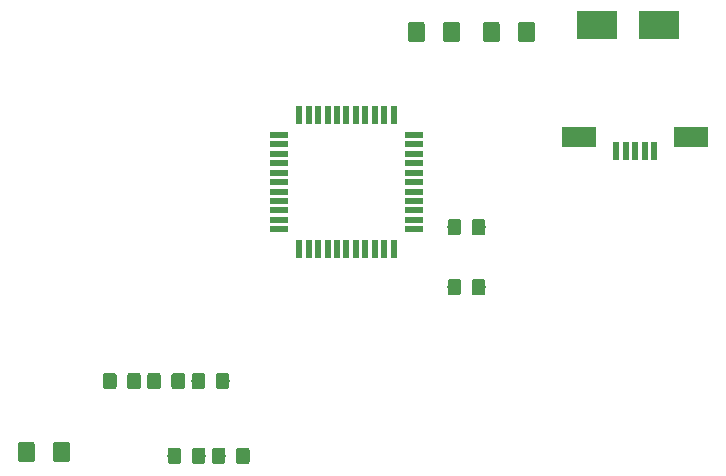
<source format=gbr>
G04 #@! TF.GenerationSoftware,KiCad,Pcbnew,5.0.2+dfsg1-1*
G04 #@! TF.CreationDate,2019-09-12T15:25:03-03:00*
G04 #@! TF.ProjectId,minicurso,6d696e69-6375-4727-936f-2e6b69636164,rev?*
G04 #@! TF.SameCoordinates,Original*
G04 #@! TF.FileFunction,Paste,Top*
G04 #@! TF.FilePolarity,Positive*
%FSLAX46Y46*%
G04 Gerber Fmt 4.6, Leading zero omitted, Abs format (unit mm)*
G04 Created by KiCad (PCBNEW 5.0.2+dfsg1-1) date qui 12 set 2019 15:25:03 -03*
%MOMM*%
%LPD*%
G01*
G04 APERTURE LIST*
%ADD10C,0.100000*%
%ADD11C,1.150000*%
%ADD12R,3.000000X1.800000*%
%ADD13R,0.500000X1.500000*%
%ADD14R,3.500000X2.400000*%
%ADD15R,0.550000X1.500000*%
%ADD16R,1.500000X0.550000*%
%ADD17C,1.425000*%
G04 APERTURE END LIST*
D10*
G04 #@! TO.C,C2*
G36*
X95844505Y-61531204D02*
X95868773Y-61534804D01*
X95892572Y-61540765D01*
X95915671Y-61549030D01*
X95937850Y-61559520D01*
X95958893Y-61572132D01*
X95978599Y-61586747D01*
X95996777Y-61603223D01*
X96013253Y-61621401D01*
X96027868Y-61641107D01*
X96040480Y-61662150D01*
X96050970Y-61684329D01*
X96059235Y-61707428D01*
X96065196Y-61731227D01*
X96068796Y-61755495D01*
X96070000Y-61779999D01*
X96070000Y-62680001D01*
X96068796Y-62704505D01*
X96065196Y-62728773D01*
X96059235Y-62752572D01*
X96050970Y-62775671D01*
X96040480Y-62797850D01*
X96027868Y-62818893D01*
X96013253Y-62838599D01*
X95996777Y-62856777D01*
X95978599Y-62873253D01*
X95958893Y-62887868D01*
X95937850Y-62900480D01*
X95915671Y-62910970D01*
X95892572Y-62919235D01*
X95868773Y-62925196D01*
X95844505Y-62928796D01*
X95820001Y-62930000D01*
X95169999Y-62930000D01*
X95145495Y-62928796D01*
X95121227Y-62925196D01*
X95097428Y-62919235D01*
X95074329Y-62910970D01*
X95052150Y-62900480D01*
X95031107Y-62887868D01*
X95011401Y-62873253D01*
X94993223Y-62856777D01*
X94976747Y-62838599D01*
X94962132Y-62818893D01*
X94949520Y-62797850D01*
X94939030Y-62775671D01*
X94930765Y-62752572D01*
X94924804Y-62728773D01*
X94921204Y-62704505D01*
X94920000Y-62680001D01*
X94920000Y-61779999D01*
X94921204Y-61755495D01*
X94924804Y-61731227D01*
X94930765Y-61707428D01*
X94939030Y-61684329D01*
X94949520Y-61662150D01*
X94962132Y-61641107D01*
X94976747Y-61621401D01*
X94993223Y-61603223D01*
X95011401Y-61586747D01*
X95031107Y-61572132D01*
X95052150Y-61559520D01*
X95074329Y-61549030D01*
X95097428Y-61540765D01*
X95121227Y-61534804D01*
X95145495Y-61531204D01*
X95169999Y-61530000D01*
X95820001Y-61530000D01*
X95844505Y-61531204D01*
X95844505Y-61531204D01*
G37*
D11*
X95495000Y-62230000D03*
D10*
G36*
X97894505Y-61531204D02*
X97918773Y-61534804D01*
X97942572Y-61540765D01*
X97965671Y-61549030D01*
X97987850Y-61559520D01*
X98008893Y-61572132D01*
X98028599Y-61586747D01*
X98046777Y-61603223D01*
X98063253Y-61621401D01*
X98077868Y-61641107D01*
X98090480Y-61662150D01*
X98100970Y-61684329D01*
X98109235Y-61707428D01*
X98115196Y-61731227D01*
X98118796Y-61755495D01*
X98120000Y-61779999D01*
X98120000Y-62680001D01*
X98118796Y-62704505D01*
X98115196Y-62728773D01*
X98109235Y-62752572D01*
X98100970Y-62775671D01*
X98090480Y-62797850D01*
X98077868Y-62818893D01*
X98063253Y-62838599D01*
X98046777Y-62856777D01*
X98028599Y-62873253D01*
X98008893Y-62887868D01*
X97987850Y-62900480D01*
X97965671Y-62910970D01*
X97942572Y-62919235D01*
X97918773Y-62925196D01*
X97894505Y-62928796D01*
X97870001Y-62930000D01*
X97219999Y-62930000D01*
X97195495Y-62928796D01*
X97171227Y-62925196D01*
X97147428Y-62919235D01*
X97124329Y-62910970D01*
X97102150Y-62900480D01*
X97081107Y-62887868D01*
X97061401Y-62873253D01*
X97043223Y-62856777D01*
X97026747Y-62838599D01*
X97012132Y-62818893D01*
X96999520Y-62797850D01*
X96989030Y-62775671D01*
X96980765Y-62752572D01*
X96974804Y-62728773D01*
X96971204Y-62704505D01*
X96970000Y-62680001D01*
X96970000Y-61779999D01*
X96971204Y-61755495D01*
X96974804Y-61731227D01*
X96980765Y-61707428D01*
X96989030Y-61684329D01*
X96999520Y-61662150D01*
X97012132Y-61641107D01*
X97026747Y-61621401D01*
X97043223Y-61603223D01*
X97061401Y-61586747D01*
X97081107Y-61572132D01*
X97102150Y-61559520D01*
X97124329Y-61549030D01*
X97147428Y-61540765D01*
X97171227Y-61534804D01*
X97195495Y-61531204D01*
X97219999Y-61530000D01*
X97870001Y-61530000D01*
X97894505Y-61531204D01*
X97894505Y-61531204D01*
G37*
D11*
X97545000Y-62230000D03*
G04 #@! TD*
D10*
G04 #@! TO.C,C3*
G36*
X74193464Y-75812304D02*
X74217732Y-75815904D01*
X74241531Y-75821865D01*
X74264630Y-75830130D01*
X74286809Y-75840620D01*
X74307852Y-75853232D01*
X74327558Y-75867847D01*
X74345736Y-75884323D01*
X74362212Y-75902501D01*
X74376827Y-75922207D01*
X74389439Y-75943250D01*
X74399929Y-75965429D01*
X74408194Y-75988528D01*
X74414155Y-76012327D01*
X74417755Y-76036595D01*
X74418959Y-76061099D01*
X74418959Y-76961101D01*
X74417755Y-76985605D01*
X74414155Y-77009873D01*
X74408194Y-77033672D01*
X74399929Y-77056771D01*
X74389439Y-77078950D01*
X74376827Y-77099993D01*
X74362212Y-77119699D01*
X74345736Y-77137877D01*
X74327558Y-77154353D01*
X74307852Y-77168968D01*
X74286809Y-77181580D01*
X74264630Y-77192070D01*
X74241531Y-77200335D01*
X74217732Y-77206296D01*
X74193464Y-77209896D01*
X74168960Y-77211100D01*
X73518958Y-77211100D01*
X73494454Y-77209896D01*
X73470186Y-77206296D01*
X73446387Y-77200335D01*
X73423288Y-77192070D01*
X73401109Y-77181580D01*
X73380066Y-77168968D01*
X73360360Y-77154353D01*
X73342182Y-77137877D01*
X73325706Y-77119699D01*
X73311091Y-77099993D01*
X73298479Y-77078950D01*
X73287989Y-77056771D01*
X73279724Y-77033672D01*
X73273763Y-77009873D01*
X73270163Y-76985605D01*
X73268959Y-76961101D01*
X73268959Y-76061099D01*
X73270163Y-76036595D01*
X73273763Y-76012327D01*
X73279724Y-75988528D01*
X73287989Y-75965429D01*
X73298479Y-75943250D01*
X73311091Y-75922207D01*
X73325706Y-75902501D01*
X73342182Y-75884323D01*
X73360360Y-75867847D01*
X73380066Y-75853232D01*
X73401109Y-75840620D01*
X73423288Y-75830130D01*
X73446387Y-75821865D01*
X73470186Y-75815904D01*
X73494454Y-75812304D01*
X73518958Y-75811100D01*
X74168960Y-75811100D01*
X74193464Y-75812304D01*
X74193464Y-75812304D01*
G37*
D11*
X73843959Y-76511100D03*
D10*
G36*
X72143464Y-75812304D02*
X72167732Y-75815904D01*
X72191531Y-75821865D01*
X72214630Y-75830130D01*
X72236809Y-75840620D01*
X72257852Y-75853232D01*
X72277558Y-75867847D01*
X72295736Y-75884323D01*
X72312212Y-75902501D01*
X72326827Y-75922207D01*
X72339439Y-75943250D01*
X72349929Y-75965429D01*
X72358194Y-75988528D01*
X72364155Y-76012327D01*
X72367755Y-76036595D01*
X72368959Y-76061099D01*
X72368959Y-76961101D01*
X72367755Y-76985605D01*
X72364155Y-77009873D01*
X72358194Y-77033672D01*
X72349929Y-77056771D01*
X72339439Y-77078950D01*
X72326827Y-77099993D01*
X72312212Y-77119699D01*
X72295736Y-77137877D01*
X72277558Y-77154353D01*
X72257852Y-77168968D01*
X72236809Y-77181580D01*
X72214630Y-77192070D01*
X72191531Y-77200335D01*
X72167732Y-77206296D01*
X72143464Y-77209896D01*
X72118960Y-77211100D01*
X71468958Y-77211100D01*
X71444454Y-77209896D01*
X71420186Y-77206296D01*
X71396387Y-77200335D01*
X71373288Y-77192070D01*
X71351109Y-77181580D01*
X71330066Y-77168968D01*
X71310360Y-77154353D01*
X71292182Y-77137877D01*
X71275706Y-77119699D01*
X71261091Y-77099993D01*
X71248479Y-77078950D01*
X71237989Y-77056771D01*
X71229724Y-77033672D01*
X71223763Y-77009873D01*
X71220163Y-76985605D01*
X71218959Y-76961101D01*
X71218959Y-76061099D01*
X71220163Y-76036595D01*
X71223763Y-76012327D01*
X71229724Y-75988528D01*
X71237989Y-75965429D01*
X71248479Y-75943250D01*
X71261091Y-75922207D01*
X71275706Y-75902501D01*
X71292182Y-75884323D01*
X71310360Y-75867847D01*
X71330066Y-75853232D01*
X71351109Y-75840620D01*
X71373288Y-75830130D01*
X71396387Y-75821865D01*
X71420186Y-75815904D01*
X71444454Y-75812304D01*
X71468958Y-75811100D01*
X72118960Y-75811100D01*
X72143464Y-75812304D01*
X72143464Y-75812304D01*
G37*
D11*
X71793959Y-76511100D03*
G04 #@! TD*
D10*
G04 #@! TO.C,C4*
G36*
X66668040Y-69487505D02*
X66692308Y-69491105D01*
X66716107Y-69497066D01*
X66739206Y-69505331D01*
X66761385Y-69515821D01*
X66782428Y-69528433D01*
X66802134Y-69543048D01*
X66820312Y-69559524D01*
X66836788Y-69577702D01*
X66851403Y-69597408D01*
X66864015Y-69618451D01*
X66874505Y-69640630D01*
X66882770Y-69663729D01*
X66888731Y-69687528D01*
X66892331Y-69711796D01*
X66893535Y-69736300D01*
X66893535Y-70636302D01*
X66892331Y-70660806D01*
X66888731Y-70685074D01*
X66882770Y-70708873D01*
X66874505Y-70731972D01*
X66864015Y-70754151D01*
X66851403Y-70775194D01*
X66836788Y-70794900D01*
X66820312Y-70813078D01*
X66802134Y-70829554D01*
X66782428Y-70844169D01*
X66761385Y-70856781D01*
X66739206Y-70867271D01*
X66716107Y-70875536D01*
X66692308Y-70881497D01*
X66668040Y-70885097D01*
X66643536Y-70886301D01*
X65993534Y-70886301D01*
X65969030Y-70885097D01*
X65944762Y-70881497D01*
X65920963Y-70875536D01*
X65897864Y-70867271D01*
X65875685Y-70856781D01*
X65854642Y-70844169D01*
X65834936Y-70829554D01*
X65816758Y-70813078D01*
X65800282Y-70794900D01*
X65785667Y-70775194D01*
X65773055Y-70754151D01*
X65762565Y-70731972D01*
X65754300Y-70708873D01*
X65748339Y-70685074D01*
X65744739Y-70660806D01*
X65743535Y-70636302D01*
X65743535Y-69736300D01*
X65744739Y-69711796D01*
X65748339Y-69687528D01*
X65754300Y-69663729D01*
X65762565Y-69640630D01*
X65773055Y-69618451D01*
X65785667Y-69597408D01*
X65800282Y-69577702D01*
X65816758Y-69559524D01*
X65834936Y-69543048D01*
X65854642Y-69528433D01*
X65875685Y-69515821D01*
X65897864Y-69505331D01*
X65920963Y-69497066D01*
X65944762Y-69491105D01*
X65969030Y-69487505D01*
X65993534Y-69486301D01*
X66643536Y-69486301D01*
X66668040Y-69487505D01*
X66668040Y-69487505D01*
G37*
D11*
X66318535Y-70186301D03*
D10*
G36*
X68718040Y-69487505D02*
X68742308Y-69491105D01*
X68766107Y-69497066D01*
X68789206Y-69505331D01*
X68811385Y-69515821D01*
X68832428Y-69528433D01*
X68852134Y-69543048D01*
X68870312Y-69559524D01*
X68886788Y-69577702D01*
X68901403Y-69597408D01*
X68914015Y-69618451D01*
X68924505Y-69640630D01*
X68932770Y-69663729D01*
X68938731Y-69687528D01*
X68942331Y-69711796D01*
X68943535Y-69736300D01*
X68943535Y-70636302D01*
X68942331Y-70660806D01*
X68938731Y-70685074D01*
X68932770Y-70708873D01*
X68924505Y-70731972D01*
X68914015Y-70754151D01*
X68901403Y-70775194D01*
X68886788Y-70794900D01*
X68870312Y-70813078D01*
X68852134Y-70829554D01*
X68832428Y-70844169D01*
X68811385Y-70856781D01*
X68789206Y-70867271D01*
X68766107Y-70875536D01*
X68742308Y-70881497D01*
X68718040Y-70885097D01*
X68693536Y-70886301D01*
X68043534Y-70886301D01*
X68019030Y-70885097D01*
X67994762Y-70881497D01*
X67970963Y-70875536D01*
X67947864Y-70867271D01*
X67925685Y-70856781D01*
X67904642Y-70844169D01*
X67884936Y-70829554D01*
X67866758Y-70813078D01*
X67850282Y-70794900D01*
X67835667Y-70775194D01*
X67823055Y-70754151D01*
X67812565Y-70731972D01*
X67804300Y-70708873D01*
X67798339Y-70685074D01*
X67794739Y-70660806D01*
X67793535Y-70636302D01*
X67793535Y-69736300D01*
X67794739Y-69711796D01*
X67798339Y-69687528D01*
X67804300Y-69663729D01*
X67812565Y-69640630D01*
X67823055Y-69618451D01*
X67835667Y-69597408D01*
X67850282Y-69577702D01*
X67866758Y-69559524D01*
X67884936Y-69543048D01*
X67904642Y-69528433D01*
X67925685Y-69515821D01*
X67947864Y-69505331D01*
X67970963Y-69497066D01*
X67994762Y-69491105D01*
X68019030Y-69487505D01*
X68043534Y-69486301D01*
X68693536Y-69486301D01*
X68718040Y-69487505D01*
X68718040Y-69487505D01*
G37*
D11*
X68368535Y-70186301D03*
G04 #@! TD*
D10*
G04 #@! TO.C,C5*
G36*
X95844505Y-56451204D02*
X95868773Y-56454804D01*
X95892572Y-56460765D01*
X95915671Y-56469030D01*
X95937850Y-56479520D01*
X95958893Y-56492132D01*
X95978599Y-56506747D01*
X95996777Y-56523223D01*
X96013253Y-56541401D01*
X96027868Y-56561107D01*
X96040480Y-56582150D01*
X96050970Y-56604329D01*
X96059235Y-56627428D01*
X96065196Y-56651227D01*
X96068796Y-56675495D01*
X96070000Y-56699999D01*
X96070000Y-57600001D01*
X96068796Y-57624505D01*
X96065196Y-57648773D01*
X96059235Y-57672572D01*
X96050970Y-57695671D01*
X96040480Y-57717850D01*
X96027868Y-57738893D01*
X96013253Y-57758599D01*
X95996777Y-57776777D01*
X95978599Y-57793253D01*
X95958893Y-57807868D01*
X95937850Y-57820480D01*
X95915671Y-57830970D01*
X95892572Y-57839235D01*
X95868773Y-57845196D01*
X95844505Y-57848796D01*
X95820001Y-57850000D01*
X95169999Y-57850000D01*
X95145495Y-57848796D01*
X95121227Y-57845196D01*
X95097428Y-57839235D01*
X95074329Y-57830970D01*
X95052150Y-57820480D01*
X95031107Y-57807868D01*
X95011401Y-57793253D01*
X94993223Y-57776777D01*
X94976747Y-57758599D01*
X94962132Y-57738893D01*
X94949520Y-57717850D01*
X94939030Y-57695671D01*
X94930765Y-57672572D01*
X94924804Y-57648773D01*
X94921204Y-57624505D01*
X94920000Y-57600001D01*
X94920000Y-56699999D01*
X94921204Y-56675495D01*
X94924804Y-56651227D01*
X94930765Y-56627428D01*
X94939030Y-56604329D01*
X94949520Y-56582150D01*
X94962132Y-56561107D01*
X94976747Y-56541401D01*
X94993223Y-56523223D01*
X95011401Y-56506747D01*
X95031107Y-56492132D01*
X95052150Y-56479520D01*
X95074329Y-56469030D01*
X95097428Y-56460765D01*
X95121227Y-56454804D01*
X95145495Y-56451204D01*
X95169999Y-56450000D01*
X95820001Y-56450000D01*
X95844505Y-56451204D01*
X95844505Y-56451204D01*
G37*
D11*
X95495000Y-57150000D03*
D10*
G36*
X97894505Y-56451204D02*
X97918773Y-56454804D01*
X97942572Y-56460765D01*
X97965671Y-56469030D01*
X97987850Y-56479520D01*
X98008893Y-56492132D01*
X98028599Y-56506747D01*
X98046777Y-56523223D01*
X98063253Y-56541401D01*
X98077868Y-56561107D01*
X98090480Y-56582150D01*
X98100970Y-56604329D01*
X98109235Y-56627428D01*
X98115196Y-56651227D01*
X98118796Y-56675495D01*
X98120000Y-56699999D01*
X98120000Y-57600001D01*
X98118796Y-57624505D01*
X98115196Y-57648773D01*
X98109235Y-57672572D01*
X98100970Y-57695671D01*
X98090480Y-57717850D01*
X98077868Y-57738893D01*
X98063253Y-57758599D01*
X98046777Y-57776777D01*
X98028599Y-57793253D01*
X98008893Y-57807868D01*
X97987850Y-57820480D01*
X97965671Y-57830970D01*
X97942572Y-57839235D01*
X97918773Y-57845196D01*
X97894505Y-57848796D01*
X97870001Y-57850000D01*
X97219999Y-57850000D01*
X97195495Y-57848796D01*
X97171227Y-57845196D01*
X97147428Y-57839235D01*
X97124329Y-57830970D01*
X97102150Y-57820480D01*
X97081107Y-57807868D01*
X97061401Y-57793253D01*
X97043223Y-57776777D01*
X97026747Y-57758599D01*
X97012132Y-57738893D01*
X96999520Y-57717850D01*
X96989030Y-57695671D01*
X96980765Y-57672572D01*
X96974804Y-57648773D01*
X96971204Y-57624505D01*
X96970000Y-57600001D01*
X96970000Y-56699999D01*
X96971204Y-56675495D01*
X96974804Y-56651227D01*
X96980765Y-56627428D01*
X96989030Y-56604329D01*
X96999520Y-56582150D01*
X97012132Y-56561107D01*
X97026747Y-56541401D01*
X97043223Y-56523223D01*
X97061401Y-56506747D01*
X97081107Y-56492132D01*
X97102150Y-56479520D01*
X97124329Y-56469030D01*
X97147428Y-56460765D01*
X97171227Y-56454804D01*
X97195495Y-56451204D01*
X97219999Y-56450000D01*
X97870001Y-56450000D01*
X97894505Y-56451204D01*
X97894505Y-56451204D01*
G37*
D11*
X97545000Y-57150000D03*
G04 #@! TD*
D10*
G04 #@! TO.C,C6*
G36*
X70418040Y-69487505D02*
X70442308Y-69491105D01*
X70466107Y-69497066D01*
X70489206Y-69505331D01*
X70511385Y-69515821D01*
X70532428Y-69528433D01*
X70552134Y-69543048D01*
X70570312Y-69559524D01*
X70586788Y-69577702D01*
X70601403Y-69597408D01*
X70614015Y-69618451D01*
X70624505Y-69640630D01*
X70632770Y-69663729D01*
X70638731Y-69687528D01*
X70642331Y-69711796D01*
X70643535Y-69736300D01*
X70643535Y-70636302D01*
X70642331Y-70660806D01*
X70638731Y-70685074D01*
X70632770Y-70708873D01*
X70624505Y-70731972D01*
X70614015Y-70754151D01*
X70601403Y-70775194D01*
X70586788Y-70794900D01*
X70570312Y-70813078D01*
X70552134Y-70829554D01*
X70532428Y-70844169D01*
X70511385Y-70856781D01*
X70489206Y-70867271D01*
X70466107Y-70875536D01*
X70442308Y-70881497D01*
X70418040Y-70885097D01*
X70393536Y-70886301D01*
X69743534Y-70886301D01*
X69719030Y-70885097D01*
X69694762Y-70881497D01*
X69670963Y-70875536D01*
X69647864Y-70867271D01*
X69625685Y-70856781D01*
X69604642Y-70844169D01*
X69584936Y-70829554D01*
X69566758Y-70813078D01*
X69550282Y-70794900D01*
X69535667Y-70775194D01*
X69523055Y-70754151D01*
X69512565Y-70731972D01*
X69504300Y-70708873D01*
X69498339Y-70685074D01*
X69494739Y-70660806D01*
X69493535Y-70636302D01*
X69493535Y-69736300D01*
X69494739Y-69711796D01*
X69498339Y-69687528D01*
X69504300Y-69663729D01*
X69512565Y-69640630D01*
X69523055Y-69618451D01*
X69535667Y-69597408D01*
X69550282Y-69577702D01*
X69566758Y-69559524D01*
X69584936Y-69543048D01*
X69604642Y-69528433D01*
X69625685Y-69515821D01*
X69647864Y-69505331D01*
X69670963Y-69497066D01*
X69694762Y-69491105D01*
X69719030Y-69487505D01*
X69743534Y-69486301D01*
X70393536Y-69486301D01*
X70418040Y-69487505D01*
X70418040Y-69487505D01*
G37*
D11*
X70068535Y-70186301D03*
D10*
G36*
X72468040Y-69487505D02*
X72492308Y-69491105D01*
X72516107Y-69497066D01*
X72539206Y-69505331D01*
X72561385Y-69515821D01*
X72582428Y-69528433D01*
X72602134Y-69543048D01*
X72620312Y-69559524D01*
X72636788Y-69577702D01*
X72651403Y-69597408D01*
X72664015Y-69618451D01*
X72674505Y-69640630D01*
X72682770Y-69663729D01*
X72688731Y-69687528D01*
X72692331Y-69711796D01*
X72693535Y-69736300D01*
X72693535Y-70636302D01*
X72692331Y-70660806D01*
X72688731Y-70685074D01*
X72682770Y-70708873D01*
X72674505Y-70731972D01*
X72664015Y-70754151D01*
X72651403Y-70775194D01*
X72636788Y-70794900D01*
X72620312Y-70813078D01*
X72602134Y-70829554D01*
X72582428Y-70844169D01*
X72561385Y-70856781D01*
X72539206Y-70867271D01*
X72516107Y-70875536D01*
X72492308Y-70881497D01*
X72468040Y-70885097D01*
X72443536Y-70886301D01*
X71793534Y-70886301D01*
X71769030Y-70885097D01*
X71744762Y-70881497D01*
X71720963Y-70875536D01*
X71697864Y-70867271D01*
X71675685Y-70856781D01*
X71654642Y-70844169D01*
X71634936Y-70829554D01*
X71616758Y-70813078D01*
X71600282Y-70794900D01*
X71585667Y-70775194D01*
X71573055Y-70754151D01*
X71562565Y-70731972D01*
X71554300Y-70708873D01*
X71548339Y-70685074D01*
X71544739Y-70660806D01*
X71543535Y-70636302D01*
X71543535Y-69736300D01*
X71544739Y-69711796D01*
X71548339Y-69687528D01*
X71554300Y-69663729D01*
X71562565Y-69640630D01*
X71573055Y-69618451D01*
X71585667Y-69597408D01*
X71600282Y-69577702D01*
X71616758Y-69559524D01*
X71634936Y-69543048D01*
X71654642Y-69528433D01*
X71675685Y-69515821D01*
X71697864Y-69505331D01*
X71720963Y-69497066D01*
X71744762Y-69491105D01*
X71769030Y-69487505D01*
X71793534Y-69486301D01*
X72443536Y-69486301D01*
X72468040Y-69487505D01*
X72468040Y-69487505D01*
G37*
D11*
X72118535Y-70186301D03*
G04 #@! TD*
D10*
G04 #@! TO.C,C7*
G36*
X77943464Y-75812304D02*
X77967732Y-75815904D01*
X77991531Y-75821865D01*
X78014630Y-75830130D01*
X78036809Y-75840620D01*
X78057852Y-75853232D01*
X78077558Y-75867847D01*
X78095736Y-75884323D01*
X78112212Y-75902501D01*
X78126827Y-75922207D01*
X78139439Y-75943250D01*
X78149929Y-75965429D01*
X78158194Y-75988528D01*
X78164155Y-76012327D01*
X78167755Y-76036595D01*
X78168959Y-76061099D01*
X78168959Y-76961101D01*
X78167755Y-76985605D01*
X78164155Y-77009873D01*
X78158194Y-77033672D01*
X78149929Y-77056771D01*
X78139439Y-77078950D01*
X78126827Y-77099993D01*
X78112212Y-77119699D01*
X78095736Y-77137877D01*
X78077558Y-77154353D01*
X78057852Y-77168968D01*
X78036809Y-77181580D01*
X78014630Y-77192070D01*
X77991531Y-77200335D01*
X77967732Y-77206296D01*
X77943464Y-77209896D01*
X77918960Y-77211100D01*
X77268958Y-77211100D01*
X77244454Y-77209896D01*
X77220186Y-77206296D01*
X77196387Y-77200335D01*
X77173288Y-77192070D01*
X77151109Y-77181580D01*
X77130066Y-77168968D01*
X77110360Y-77154353D01*
X77092182Y-77137877D01*
X77075706Y-77119699D01*
X77061091Y-77099993D01*
X77048479Y-77078950D01*
X77037989Y-77056771D01*
X77029724Y-77033672D01*
X77023763Y-77009873D01*
X77020163Y-76985605D01*
X77018959Y-76961101D01*
X77018959Y-76061099D01*
X77020163Y-76036595D01*
X77023763Y-76012327D01*
X77029724Y-75988528D01*
X77037989Y-75965429D01*
X77048479Y-75943250D01*
X77061091Y-75922207D01*
X77075706Y-75902501D01*
X77092182Y-75884323D01*
X77110360Y-75867847D01*
X77130066Y-75853232D01*
X77151109Y-75840620D01*
X77173288Y-75830130D01*
X77196387Y-75821865D01*
X77220186Y-75815904D01*
X77244454Y-75812304D01*
X77268958Y-75811100D01*
X77918960Y-75811100D01*
X77943464Y-75812304D01*
X77943464Y-75812304D01*
G37*
D11*
X77593959Y-76511100D03*
D10*
G36*
X75893464Y-75812304D02*
X75917732Y-75815904D01*
X75941531Y-75821865D01*
X75964630Y-75830130D01*
X75986809Y-75840620D01*
X76007852Y-75853232D01*
X76027558Y-75867847D01*
X76045736Y-75884323D01*
X76062212Y-75902501D01*
X76076827Y-75922207D01*
X76089439Y-75943250D01*
X76099929Y-75965429D01*
X76108194Y-75988528D01*
X76114155Y-76012327D01*
X76117755Y-76036595D01*
X76118959Y-76061099D01*
X76118959Y-76961101D01*
X76117755Y-76985605D01*
X76114155Y-77009873D01*
X76108194Y-77033672D01*
X76099929Y-77056771D01*
X76089439Y-77078950D01*
X76076827Y-77099993D01*
X76062212Y-77119699D01*
X76045736Y-77137877D01*
X76027558Y-77154353D01*
X76007852Y-77168968D01*
X75986809Y-77181580D01*
X75964630Y-77192070D01*
X75941531Y-77200335D01*
X75917732Y-77206296D01*
X75893464Y-77209896D01*
X75868960Y-77211100D01*
X75218958Y-77211100D01*
X75194454Y-77209896D01*
X75170186Y-77206296D01*
X75146387Y-77200335D01*
X75123288Y-77192070D01*
X75101109Y-77181580D01*
X75080066Y-77168968D01*
X75060360Y-77154353D01*
X75042182Y-77137877D01*
X75025706Y-77119699D01*
X75011091Y-77099993D01*
X74998479Y-77078950D01*
X74987989Y-77056771D01*
X74979724Y-77033672D01*
X74973763Y-77009873D01*
X74970163Y-76985605D01*
X74968959Y-76961101D01*
X74968959Y-76061099D01*
X74970163Y-76036595D01*
X74973763Y-76012327D01*
X74979724Y-75988528D01*
X74987989Y-75965429D01*
X74998479Y-75943250D01*
X75011091Y-75922207D01*
X75025706Y-75902501D01*
X75042182Y-75884323D01*
X75060360Y-75867847D01*
X75080066Y-75853232D01*
X75101109Y-75840620D01*
X75123288Y-75830130D01*
X75146387Y-75821865D01*
X75170186Y-75815904D01*
X75194454Y-75812304D01*
X75218958Y-75811100D01*
X75868960Y-75811100D01*
X75893464Y-75812304D01*
X75893464Y-75812304D01*
G37*
D11*
X75543959Y-76511100D03*
G04 #@! TD*
D10*
G04 #@! TO.C,C1*
G36*
X74168040Y-69487505D02*
X74192308Y-69491105D01*
X74216107Y-69497066D01*
X74239206Y-69505331D01*
X74261385Y-69515821D01*
X74282428Y-69528433D01*
X74302134Y-69543048D01*
X74320312Y-69559524D01*
X74336788Y-69577702D01*
X74351403Y-69597408D01*
X74364015Y-69618451D01*
X74374505Y-69640630D01*
X74382770Y-69663729D01*
X74388731Y-69687528D01*
X74392331Y-69711796D01*
X74393535Y-69736300D01*
X74393535Y-70636302D01*
X74392331Y-70660806D01*
X74388731Y-70685074D01*
X74382770Y-70708873D01*
X74374505Y-70731972D01*
X74364015Y-70754151D01*
X74351403Y-70775194D01*
X74336788Y-70794900D01*
X74320312Y-70813078D01*
X74302134Y-70829554D01*
X74282428Y-70844169D01*
X74261385Y-70856781D01*
X74239206Y-70867271D01*
X74216107Y-70875536D01*
X74192308Y-70881497D01*
X74168040Y-70885097D01*
X74143536Y-70886301D01*
X73493534Y-70886301D01*
X73469030Y-70885097D01*
X73444762Y-70881497D01*
X73420963Y-70875536D01*
X73397864Y-70867271D01*
X73375685Y-70856781D01*
X73354642Y-70844169D01*
X73334936Y-70829554D01*
X73316758Y-70813078D01*
X73300282Y-70794900D01*
X73285667Y-70775194D01*
X73273055Y-70754151D01*
X73262565Y-70731972D01*
X73254300Y-70708873D01*
X73248339Y-70685074D01*
X73244739Y-70660806D01*
X73243535Y-70636302D01*
X73243535Y-69736300D01*
X73244739Y-69711796D01*
X73248339Y-69687528D01*
X73254300Y-69663729D01*
X73262565Y-69640630D01*
X73273055Y-69618451D01*
X73285667Y-69597408D01*
X73300282Y-69577702D01*
X73316758Y-69559524D01*
X73334936Y-69543048D01*
X73354642Y-69528433D01*
X73375685Y-69515821D01*
X73397864Y-69505331D01*
X73420963Y-69497066D01*
X73444762Y-69491105D01*
X73469030Y-69487505D01*
X73493534Y-69486301D01*
X74143536Y-69486301D01*
X74168040Y-69487505D01*
X74168040Y-69487505D01*
G37*
D11*
X73818535Y-70186301D03*
D10*
G36*
X76218040Y-69487505D02*
X76242308Y-69491105D01*
X76266107Y-69497066D01*
X76289206Y-69505331D01*
X76311385Y-69515821D01*
X76332428Y-69528433D01*
X76352134Y-69543048D01*
X76370312Y-69559524D01*
X76386788Y-69577702D01*
X76401403Y-69597408D01*
X76414015Y-69618451D01*
X76424505Y-69640630D01*
X76432770Y-69663729D01*
X76438731Y-69687528D01*
X76442331Y-69711796D01*
X76443535Y-69736300D01*
X76443535Y-70636302D01*
X76442331Y-70660806D01*
X76438731Y-70685074D01*
X76432770Y-70708873D01*
X76424505Y-70731972D01*
X76414015Y-70754151D01*
X76401403Y-70775194D01*
X76386788Y-70794900D01*
X76370312Y-70813078D01*
X76352134Y-70829554D01*
X76332428Y-70844169D01*
X76311385Y-70856781D01*
X76289206Y-70867271D01*
X76266107Y-70875536D01*
X76242308Y-70881497D01*
X76218040Y-70885097D01*
X76193536Y-70886301D01*
X75543534Y-70886301D01*
X75519030Y-70885097D01*
X75494762Y-70881497D01*
X75470963Y-70875536D01*
X75447864Y-70867271D01*
X75425685Y-70856781D01*
X75404642Y-70844169D01*
X75384936Y-70829554D01*
X75366758Y-70813078D01*
X75350282Y-70794900D01*
X75335667Y-70775194D01*
X75323055Y-70754151D01*
X75312565Y-70731972D01*
X75304300Y-70708873D01*
X75298339Y-70685074D01*
X75294739Y-70660806D01*
X75293535Y-70636302D01*
X75293535Y-69736300D01*
X75294739Y-69711796D01*
X75298339Y-69687528D01*
X75304300Y-69663729D01*
X75312565Y-69640630D01*
X75323055Y-69618451D01*
X75335667Y-69597408D01*
X75350282Y-69577702D01*
X75366758Y-69559524D01*
X75384936Y-69543048D01*
X75404642Y-69528433D01*
X75425685Y-69515821D01*
X75447864Y-69505331D01*
X75470963Y-69497066D01*
X75494762Y-69491105D01*
X75519030Y-69487505D01*
X75543534Y-69486301D01*
X76193536Y-69486301D01*
X76218040Y-69487505D01*
X76218040Y-69487505D01*
G37*
D11*
X75868535Y-70186301D03*
G04 #@! TD*
D12*
G04 #@! TO.C,J1*
X106070000Y-49530000D03*
X115570000Y-49530000D03*
D13*
X109220000Y-50680000D03*
X110020000Y-50680000D03*
X110820000Y-50680000D03*
X111620000Y-50680000D03*
X112420000Y-50680000D03*
G04 #@! TD*
D14*
G04 #@! TO.C,Y1*
X112805001Y-40025001D03*
X107605001Y-40025001D03*
G04 #@! TD*
D15*
G04 #@! TO.C,U1*
X82360000Y-47640000D03*
X83160000Y-47640000D03*
X83960000Y-47640000D03*
X84760000Y-47640000D03*
X85560000Y-47640000D03*
X86360000Y-47640000D03*
X87160000Y-47640000D03*
X87960000Y-47640000D03*
X88760000Y-47640000D03*
X89560000Y-47640000D03*
X90360000Y-47640000D03*
D16*
X92060000Y-49340000D03*
X92060000Y-50140000D03*
X92060000Y-50940000D03*
X92060000Y-51740000D03*
X92060000Y-52540000D03*
X92060000Y-53340000D03*
X92060000Y-54140000D03*
X92060000Y-54940000D03*
X92060000Y-55740000D03*
X92060000Y-56540000D03*
X92060000Y-57340000D03*
D15*
X90360000Y-59040000D03*
X89560000Y-59040000D03*
X88760000Y-59040000D03*
X87960000Y-59040000D03*
X87160000Y-59040000D03*
X86360000Y-59040000D03*
X85560000Y-59040000D03*
X84760000Y-59040000D03*
X83960000Y-59040000D03*
X83160000Y-59040000D03*
X82360000Y-59040000D03*
D16*
X80660000Y-57340000D03*
X80660000Y-56540000D03*
X80660000Y-55740000D03*
X80660000Y-54940000D03*
X80660000Y-54140000D03*
X80660000Y-53340000D03*
X80660000Y-52540000D03*
X80660000Y-51740000D03*
X80660000Y-50940000D03*
X80660000Y-50140000D03*
X80660000Y-49340000D03*
G04 #@! TD*
D10*
G04 #@! TO.C,R3*
G36*
X102087004Y-39766204D02*
X102111273Y-39769804D01*
X102135071Y-39775765D01*
X102158171Y-39784030D01*
X102180349Y-39794520D01*
X102201393Y-39807133D01*
X102221098Y-39821747D01*
X102239277Y-39838223D01*
X102255753Y-39856402D01*
X102270367Y-39876107D01*
X102282980Y-39897151D01*
X102293470Y-39919329D01*
X102301735Y-39942429D01*
X102307696Y-39966227D01*
X102311296Y-39990496D01*
X102312500Y-40015000D01*
X102312500Y-41265000D01*
X102311296Y-41289504D01*
X102307696Y-41313773D01*
X102301735Y-41337571D01*
X102293470Y-41360671D01*
X102282980Y-41382849D01*
X102270367Y-41403893D01*
X102255753Y-41423598D01*
X102239277Y-41441777D01*
X102221098Y-41458253D01*
X102201393Y-41472867D01*
X102180349Y-41485480D01*
X102158171Y-41495970D01*
X102135071Y-41504235D01*
X102111273Y-41510196D01*
X102087004Y-41513796D01*
X102062500Y-41515000D01*
X101137500Y-41515000D01*
X101112996Y-41513796D01*
X101088727Y-41510196D01*
X101064929Y-41504235D01*
X101041829Y-41495970D01*
X101019651Y-41485480D01*
X100998607Y-41472867D01*
X100978902Y-41458253D01*
X100960723Y-41441777D01*
X100944247Y-41423598D01*
X100929633Y-41403893D01*
X100917020Y-41382849D01*
X100906530Y-41360671D01*
X100898265Y-41337571D01*
X100892304Y-41313773D01*
X100888704Y-41289504D01*
X100887500Y-41265000D01*
X100887500Y-40015000D01*
X100888704Y-39990496D01*
X100892304Y-39966227D01*
X100898265Y-39942429D01*
X100906530Y-39919329D01*
X100917020Y-39897151D01*
X100929633Y-39876107D01*
X100944247Y-39856402D01*
X100960723Y-39838223D01*
X100978902Y-39821747D01*
X100998607Y-39807133D01*
X101019651Y-39794520D01*
X101041829Y-39784030D01*
X101064929Y-39775765D01*
X101088727Y-39769804D01*
X101112996Y-39766204D01*
X101137500Y-39765000D01*
X102062500Y-39765000D01*
X102087004Y-39766204D01*
X102087004Y-39766204D01*
G37*
D17*
X101600000Y-40640000D03*
D10*
G36*
X99112004Y-39766204D02*
X99136273Y-39769804D01*
X99160071Y-39775765D01*
X99183171Y-39784030D01*
X99205349Y-39794520D01*
X99226393Y-39807133D01*
X99246098Y-39821747D01*
X99264277Y-39838223D01*
X99280753Y-39856402D01*
X99295367Y-39876107D01*
X99307980Y-39897151D01*
X99318470Y-39919329D01*
X99326735Y-39942429D01*
X99332696Y-39966227D01*
X99336296Y-39990496D01*
X99337500Y-40015000D01*
X99337500Y-41265000D01*
X99336296Y-41289504D01*
X99332696Y-41313773D01*
X99326735Y-41337571D01*
X99318470Y-41360671D01*
X99307980Y-41382849D01*
X99295367Y-41403893D01*
X99280753Y-41423598D01*
X99264277Y-41441777D01*
X99246098Y-41458253D01*
X99226393Y-41472867D01*
X99205349Y-41485480D01*
X99183171Y-41495970D01*
X99160071Y-41504235D01*
X99136273Y-41510196D01*
X99112004Y-41513796D01*
X99087500Y-41515000D01*
X98162500Y-41515000D01*
X98137996Y-41513796D01*
X98113727Y-41510196D01*
X98089929Y-41504235D01*
X98066829Y-41495970D01*
X98044651Y-41485480D01*
X98023607Y-41472867D01*
X98003902Y-41458253D01*
X97985723Y-41441777D01*
X97969247Y-41423598D01*
X97954633Y-41403893D01*
X97942020Y-41382849D01*
X97931530Y-41360671D01*
X97923265Y-41337571D01*
X97917304Y-41313773D01*
X97913704Y-41289504D01*
X97912500Y-41265000D01*
X97912500Y-40015000D01*
X97913704Y-39990496D01*
X97917304Y-39966227D01*
X97923265Y-39942429D01*
X97931530Y-39919329D01*
X97942020Y-39897151D01*
X97954633Y-39876107D01*
X97969247Y-39856402D01*
X97985723Y-39838223D01*
X98003902Y-39821747D01*
X98023607Y-39807133D01*
X98044651Y-39794520D01*
X98066829Y-39784030D01*
X98089929Y-39775765D01*
X98113727Y-39769804D01*
X98137996Y-39766204D01*
X98162500Y-39765000D01*
X99087500Y-39765000D01*
X99112004Y-39766204D01*
X99112004Y-39766204D01*
G37*
D17*
X98625000Y-40640000D03*
G04 #@! TD*
D10*
G04 #@! TO.C,R1*
G36*
X59742004Y-75326204D02*
X59766273Y-75329804D01*
X59790071Y-75335765D01*
X59813171Y-75344030D01*
X59835349Y-75354520D01*
X59856393Y-75367133D01*
X59876098Y-75381747D01*
X59894277Y-75398223D01*
X59910753Y-75416402D01*
X59925367Y-75436107D01*
X59937980Y-75457151D01*
X59948470Y-75479329D01*
X59956735Y-75502429D01*
X59962696Y-75526227D01*
X59966296Y-75550496D01*
X59967500Y-75575000D01*
X59967500Y-76825000D01*
X59966296Y-76849504D01*
X59962696Y-76873773D01*
X59956735Y-76897571D01*
X59948470Y-76920671D01*
X59937980Y-76942849D01*
X59925367Y-76963893D01*
X59910753Y-76983598D01*
X59894277Y-77001777D01*
X59876098Y-77018253D01*
X59856393Y-77032867D01*
X59835349Y-77045480D01*
X59813171Y-77055970D01*
X59790071Y-77064235D01*
X59766273Y-77070196D01*
X59742004Y-77073796D01*
X59717500Y-77075000D01*
X58792500Y-77075000D01*
X58767996Y-77073796D01*
X58743727Y-77070196D01*
X58719929Y-77064235D01*
X58696829Y-77055970D01*
X58674651Y-77045480D01*
X58653607Y-77032867D01*
X58633902Y-77018253D01*
X58615723Y-77001777D01*
X58599247Y-76983598D01*
X58584633Y-76963893D01*
X58572020Y-76942849D01*
X58561530Y-76920671D01*
X58553265Y-76897571D01*
X58547304Y-76873773D01*
X58543704Y-76849504D01*
X58542500Y-76825000D01*
X58542500Y-75575000D01*
X58543704Y-75550496D01*
X58547304Y-75526227D01*
X58553265Y-75502429D01*
X58561530Y-75479329D01*
X58572020Y-75457151D01*
X58584633Y-75436107D01*
X58599247Y-75416402D01*
X58615723Y-75398223D01*
X58633902Y-75381747D01*
X58653607Y-75367133D01*
X58674651Y-75354520D01*
X58696829Y-75344030D01*
X58719929Y-75335765D01*
X58743727Y-75329804D01*
X58767996Y-75326204D01*
X58792500Y-75325000D01*
X59717500Y-75325000D01*
X59742004Y-75326204D01*
X59742004Y-75326204D01*
G37*
D17*
X59255000Y-76200000D03*
D10*
G36*
X62717004Y-75326204D02*
X62741273Y-75329804D01*
X62765071Y-75335765D01*
X62788171Y-75344030D01*
X62810349Y-75354520D01*
X62831393Y-75367133D01*
X62851098Y-75381747D01*
X62869277Y-75398223D01*
X62885753Y-75416402D01*
X62900367Y-75436107D01*
X62912980Y-75457151D01*
X62923470Y-75479329D01*
X62931735Y-75502429D01*
X62937696Y-75526227D01*
X62941296Y-75550496D01*
X62942500Y-75575000D01*
X62942500Y-76825000D01*
X62941296Y-76849504D01*
X62937696Y-76873773D01*
X62931735Y-76897571D01*
X62923470Y-76920671D01*
X62912980Y-76942849D01*
X62900367Y-76963893D01*
X62885753Y-76983598D01*
X62869277Y-77001777D01*
X62851098Y-77018253D01*
X62831393Y-77032867D01*
X62810349Y-77045480D01*
X62788171Y-77055970D01*
X62765071Y-77064235D01*
X62741273Y-77070196D01*
X62717004Y-77073796D01*
X62692500Y-77075000D01*
X61767500Y-77075000D01*
X61742996Y-77073796D01*
X61718727Y-77070196D01*
X61694929Y-77064235D01*
X61671829Y-77055970D01*
X61649651Y-77045480D01*
X61628607Y-77032867D01*
X61608902Y-77018253D01*
X61590723Y-77001777D01*
X61574247Y-76983598D01*
X61559633Y-76963893D01*
X61547020Y-76942849D01*
X61536530Y-76920671D01*
X61528265Y-76897571D01*
X61522304Y-76873773D01*
X61518704Y-76849504D01*
X61517500Y-76825000D01*
X61517500Y-75575000D01*
X61518704Y-75550496D01*
X61522304Y-75526227D01*
X61528265Y-75502429D01*
X61536530Y-75479329D01*
X61547020Y-75457151D01*
X61559633Y-75436107D01*
X61574247Y-75416402D01*
X61590723Y-75398223D01*
X61608902Y-75381747D01*
X61628607Y-75367133D01*
X61649651Y-75354520D01*
X61671829Y-75344030D01*
X61694929Y-75335765D01*
X61718727Y-75329804D01*
X61742996Y-75326204D01*
X61767500Y-75325000D01*
X62692500Y-75325000D01*
X62717004Y-75326204D01*
X62717004Y-75326204D01*
G37*
D17*
X62230000Y-76200000D03*
G04 #@! TD*
D10*
G04 #@! TO.C,R2*
G36*
X95737004Y-39766204D02*
X95761273Y-39769804D01*
X95785071Y-39775765D01*
X95808171Y-39784030D01*
X95830349Y-39794520D01*
X95851393Y-39807133D01*
X95871098Y-39821747D01*
X95889277Y-39838223D01*
X95905753Y-39856402D01*
X95920367Y-39876107D01*
X95932980Y-39897151D01*
X95943470Y-39919329D01*
X95951735Y-39942429D01*
X95957696Y-39966227D01*
X95961296Y-39990496D01*
X95962500Y-40015000D01*
X95962500Y-41265000D01*
X95961296Y-41289504D01*
X95957696Y-41313773D01*
X95951735Y-41337571D01*
X95943470Y-41360671D01*
X95932980Y-41382849D01*
X95920367Y-41403893D01*
X95905753Y-41423598D01*
X95889277Y-41441777D01*
X95871098Y-41458253D01*
X95851393Y-41472867D01*
X95830349Y-41485480D01*
X95808171Y-41495970D01*
X95785071Y-41504235D01*
X95761273Y-41510196D01*
X95737004Y-41513796D01*
X95712500Y-41515000D01*
X94787500Y-41515000D01*
X94762996Y-41513796D01*
X94738727Y-41510196D01*
X94714929Y-41504235D01*
X94691829Y-41495970D01*
X94669651Y-41485480D01*
X94648607Y-41472867D01*
X94628902Y-41458253D01*
X94610723Y-41441777D01*
X94594247Y-41423598D01*
X94579633Y-41403893D01*
X94567020Y-41382849D01*
X94556530Y-41360671D01*
X94548265Y-41337571D01*
X94542304Y-41313773D01*
X94538704Y-41289504D01*
X94537500Y-41265000D01*
X94537500Y-40015000D01*
X94538704Y-39990496D01*
X94542304Y-39966227D01*
X94548265Y-39942429D01*
X94556530Y-39919329D01*
X94567020Y-39897151D01*
X94579633Y-39876107D01*
X94594247Y-39856402D01*
X94610723Y-39838223D01*
X94628902Y-39821747D01*
X94648607Y-39807133D01*
X94669651Y-39794520D01*
X94691829Y-39784030D01*
X94714929Y-39775765D01*
X94738727Y-39769804D01*
X94762996Y-39766204D01*
X94787500Y-39765000D01*
X95712500Y-39765000D01*
X95737004Y-39766204D01*
X95737004Y-39766204D01*
G37*
D17*
X95250000Y-40640000D03*
D10*
G36*
X92762004Y-39766204D02*
X92786273Y-39769804D01*
X92810071Y-39775765D01*
X92833171Y-39784030D01*
X92855349Y-39794520D01*
X92876393Y-39807133D01*
X92896098Y-39821747D01*
X92914277Y-39838223D01*
X92930753Y-39856402D01*
X92945367Y-39876107D01*
X92957980Y-39897151D01*
X92968470Y-39919329D01*
X92976735Y-39942429D01*
X92982696Y-39966227D01*
X92986296Y-39990496D01*
X92987500Y-40015000D01*
X92987500Y-41265000D01*
X92986296Y-41289504D01*
X92982696Y-41313773D01*
X92976735Y-41337571D01*
X92968470Y-41360671D01*
X92957980Y-41382849D01*
X92945367Y-41403893D01*
X92930753Y-41423598D01*
X92914277Y-41441777D01*
X92896098Y-41458253D01*
X92876393Y-41472867D01*
X92855349Y-41485480D01*
X92833171Y-41495970D01*
X92810071Y-41504235D01*
X92786273Y-41510196D01*
X92762004Y-41513796D01*
X92737500Y-41515000D01*
X91812500Y-41515000D01*
X91787996Y-41513796D01*
X91763727Y-41510196D01*
X91739929Y-41504235D01*
X91716829Y-41495970D01*
X91694651Y-41485480D01*
X91673607Y-41472867D01*
X91653902Y-41458253D01*
X91635723Y-41441777D01*
X91619247Y-41423598D01*
X91604633Y-41403893D01*
X91592020Y-41382849D01*
X91581530Y-41360671D01*
X91573265Y-41337571D01*
X91567304Y-41313773D01*
X91563704Y-41289504D01*
X91562500Y-41265000D01*
X91562500Y-40015000D01*
X91563704Y-39990496D01*
X91567304Y-39966227D01*
X91573265Y-39942429D01*
X91581530Y-39919329D01*
X91592020Y-39897151D01*
X91604633Y-39876107D01*
X91619247Y-39856402D01*
X91635723Y-39838223D01*
X91653902Y-39821747D01*
X91673607Y-39807133D01*
X91694651Y-39794520D01*
X91716829Y-39784030D01*
X91739929Y-39775765D01*
X91763727Y-39769804D01*
X91787996Y-39766204D01*
X91812500Y-39765000D01*
X92737500Y-39765000D01*
X92762004Y-39766204D01*
X92762004Y-39766204D01*
G37*
D17*
X92275000Y-40640000D03*
G04 #@! TD*
M02*

</source>
